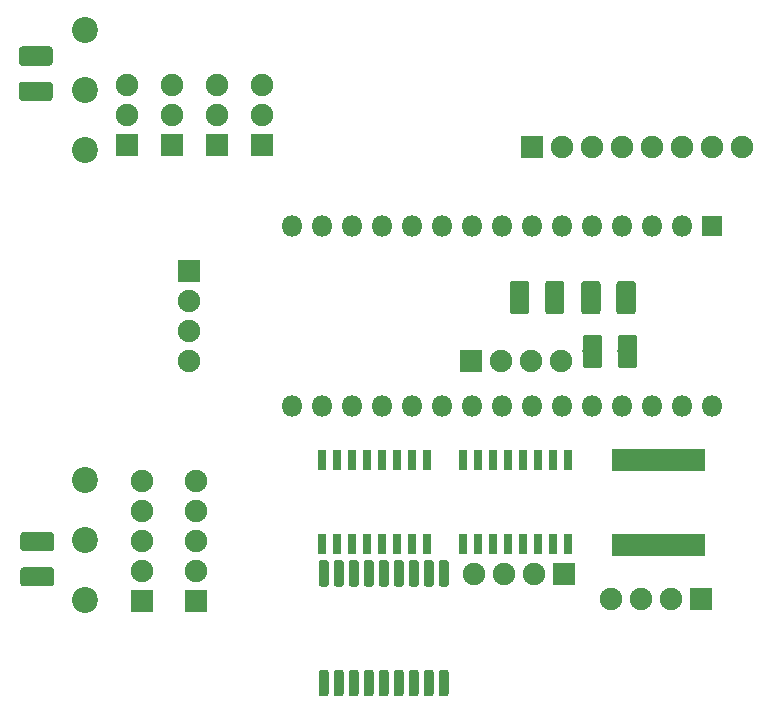
<source format=gbr>
G04 #@! TF.GenerationSoftware,KiCad,Pcbnew,(5.1.4-0-10_14)*
G04 #@! TF.CreationDate,2020-02-23T16:46:41+00:00*
G04 #@! TF.ProjectId,Bottom PCB,426f7474-6f6d-4205-9043-422e6b696361,rev?*
G04 #@! TF.SameCoordinates,Original*
G04 #@! TF.FileFunction,Soldermask,Bot*
G04 #@! TF.FilePolarity,Negative*
%FSLAX46Y46*%
G04 Gerber Fmt 4.6, Leading zero omitted, Abs format (unit mm)*
G04 Created by KiCad (PCBNEW (5.1.4-0-10_14)) date 2020-02-23 16:46:41*
%MOMM*%
%LPD*%
G04 APERTURE LIST*
%ADD10O,1.900000X1.900000*%
%ADD11R,1.900000X1.900000*%
%ADD12O,1.800000X1.800000*%
%ADD13R,1.800000X1.800000*%
%ADD14C,0.100000*%
%ADD15C,0.800000*%
%ADD16R,0.650000X1.950000*%
%ADD17C,1.625000*%
%ADD18R,0.800000X1.700000*%
%ADD19C,2.200000*%
G04 APERTURE END LIST*
D10*
X159004000Y-93472000D03*
X156464000Y-93472000D03*
X153924000Y-93472000D03*
D11*
X151384000Y-93472000D03*
D10*
X151638000Y-111506000D03*
X154178000Y-111506000D03*
X156718000Y-111506000D03*
D11*
X159258000Y-111506000D03*
D12*
X136271000Y-97282000D03*
X136271000Y-82042000D03*
X171831000Y-97282000D03*
X138811000Y-82042000D03*
X169291000Y-97282000D03*
X141351000Y-82042000D03*
X166751000Y-97282000D03*
X143891000Y-82042000D03*
X164211000Y-97282000D03*
X146431000Y-82042000D03*
X161671000Y-97282000D03*
X148971000Y-82042000D03*
X159131000Y-97282000D03*
X151511000Y-82042000D03*
X156591000Y-97282000D03*
X154051000Y-82042000D03*
X154051000Y-97282000D03*
X156591000Y-82042000D03*
X151511000Y-97282000D03*
X159131000Y-82042000D03*
X148971000Y-97282000D03*
X161671000Y-82042000D03*
X146431000Y-97282000D03*
X164211000Y-82042000D03*
X143891000Y-97282000D03*
X166751000Y-82042000D03*
X141351000Y-97282000D03*
X169291000Y-82042000D03*
X138811000Y-97282000D03*
D13*
X171831000Y-82042000D03*
D14*
G36*
X139157603Y-119603963D02*
G01*
X139177018Y-119606843D01*
X139196057Y-119611612D01*
X139214537Y-119618224D01*
X139232279Y-119626616D01*
X139249114Y-119636706D01*
X139264879Y-119648398D01*
X139279421Y-119661579D01*
X139292602Y-119676121D01*
X139304294Y-119691886D01*
X139314384Y-119708721D01*
X139322776Y-119726463D01*
X139329388Y-119744943D01*
X139334157Y-119763982D01*
X139337037Y-119783397D01*
X139338000Y-119803000D01*
X139338000Y-121653000D01*
X139337037Y-121672603D01*
X139334157Y-121692018D01*
X139329388Y-121711057D01*
X139322776Y-121729537D01*
X139314384Y-121747279D01*
X139304294Y-121764114D01*
X139292602Y-121779879D01*
X139279421Y-121794421D01*
X139264879Y-121807602D01*
X139249114Y-121819294D01*
X139232279Y-121829384D01*
X139214537Y-121837776D01*
X139196057Y-121844388D01*
X139177018Y-121849157D01*
X139157603Y-121852037D01*
X139138000Y-121853000D01*
X138738000Y-121853000D01*
X138718397Y-121852037D01*
X138698982Y-121849157D01*
X138679943Y-121844388D01*
X138661463Y-121837776D01*
X138643721Y-121829384D01*
X138626886Y-121819294D01*
X138611121Y-121807602D01*
X138596579Y-121794421D01*
X138583398Y-121779879D01*
X138571706Y-121764114D01*
X138561616Y-121747279D01*
X138553224Y-121729537D01*
X138546612Y-121711057D01*
X138541843Y-121692018D01*
X138538963Y-121672603D01*
X138538000Y-121653000D01*
X138538000Y-119803000D01*
X138538963Y-119783397D01*
X138541843Y-119763982D01*
X138546612Y-119744943D01*
X138553224Y-119726463D01*
X138561616Y-119708721D01*
X138571706Y-119691886D01*
X138583398Y-119676121D01*
X138596579Y-119661579D01*
X138611121Y-119648398D01*
X138626886Y-119636706D01*
X138643721Y-119626616D01*
X138661463Y-119618224D01*
X138679943Y-119611612D01*
X138698982Y-119606843D01*
X138718397Y-119603963D01*
X138738000Y-119603000D01*
X139138000Y-119603000D01*
X139157603Y-119603963D01*
X139157603Y-119603963D01*
G37*
D15*
X138938000Y-120728000D03*
D14*
G36*
X140427603Y-119603963D02*
G01*
X140447018Y-119606843D01*
X140466057Y-119611612D01*
X140484537Y-119618224D01*
X140502279Y-119626616D01*
X140519114Y-119636706D01*
X140534879Y-119648398D01*
X140549421Y-119661579D01*
X140562602Y-119676121D01*
X140574294Y-119691886D01*
X140584384Y-119708721D01*
X140592776Y-119726463D01*
X140599388Y-119744943D01*
X140604157Y-119763982D01*
X140607037Y-119783397D01*
X140608000Y-119803000D01*
X140608000Y-121653000D01*
X140607037Y-121672603D01*
X140604157Y-121692018D01*
X140599388Y-121711057D01*
X140592776Y-121729537D01*
X140584384Y-121747279D01*
X140574294Y-121764114D01*
X140562602Y-121779879D01*
X140549421Y-121794421D01*
X140534879Y-121807602D01*
X140519114Y-121819294D01*
X140502279Y-121829384D01*
X140484537Y-121837776D01*
X140466057Y-121844388D01*
X140447018Y-121849157D01*
X140427603Y-121852037D01*
X140408000Y-121853000D01*
X140008000Y-121853000D01*
X139988397Y-121852037D01*
X139968982Y-121849157D01*
X139949943Y-121844388D01*
X139931463Y-121837776D01*
X139913721Y-121829384D01*
X139896886Y-121819294D01*
X139881121Y-121807602D01*
X139866579Y-121794421D01*
X139853398Y-121779879D01*
X139841706Y-121764114D01*
X139831616Y-121747279D01*
X139823224Y-121729537D01*
X139816612Y-121711057D01*
X139811843Y-121692018D01*
X139808963Y-121672603D01*
X139808000Y-121653000D01*
X139808000Y-119803000D01*
X139808963Y-119783397D01*
X139811843Y-119763982D01*
X139816612Y-119744943D01*
X139823224Y-119726463D01*
X139831616Y-119708721D01*
X139841706Y-119691886D01*
X139853398Y-119676121D01*
X139866579Y-119661579D01*
X139881121Y-119648398D01*
X139896886Y-119636706D01*
X139913721Y-119626616D01*
X139931463Y-119618224D01*
X139949943Y-119611612D01*
X139968982Y-119606843D01*
X139988397Y-119603963D01*
X140008000Y-119603000D01*
X140408000Y-119603000D01*
X140427603Y-119603963D01*
X140427603Y-119603963D01*
G37*
D15*
X140208000Y-120728000D03*
D14*
G36*
X141697603Y-119603963D02*
G01*
X141717018Y-119606843D01*
X141736057Y-119611612D01*
X141754537Y-119618224D01*
X141772279Y-119626616D01*
X141789114Y-119636706D01*
X141804879Y-119648398D01*
X141819421Y-119661579D01*
X141832602Y-119676121D01*
X141844294Y-119691886D01*
X141854384Y-119708721D01*
X141862776Y-119726463D01*
X141869388Y-119744943D01*
X141874157Y-119763982D01*
X141877037Y-119783397D01*
X141878000Y-119803000D01*
X141878000Y-121653000D01*
X141877037Y-121672603D01*
X141874157Y-121692018D01*
X141869388Y-121711057D01*
X141862776Y-121729537D01*
X141854384Y-121747279D01*
X141844294Y-121764114D01*
X141832602Y-121779879D01*
X141819421Y-121794421D01*
X141804879Y-121807602D01*
X141789114Y-121819294D01*
X141772279Y-121829384D01*
X141754537Y-121837776D01*
X141736057Y-121844388D01*
X141717018Y-121849157D01*
X141697603Y-121852037D01*
X141678000Y-121853000D01*
X141278000Y-121853000D01*
X141258397Y-121852037D01*
X141238982Y-121849157D01*
X141219943Y-121844388D01*
X141201463Y-121837776D01*
X141183721Y-121829384D01*
X141166886Y-121819294D01*
X141151121Y-121807602D01*
X141136579Y-121794421D01*
X141123398Y-121779879D01*
X141111706Y-121764114D01*
X141101616Y-121747279D01*
X141093224Y-121729537D01*
X141086612Y-121711057D01*
X141081843Y-121692018D01*
X141078963Y-121672603D01*
X141078000Y-121653000D01*
X141078000Y-119803000D01*
X141078963Y-119783397D01*
X141081843Y-119763982D01*
X141086612Y-119744943D01*
X141093224Y-119726463D01*
X141101616Y-119708721D01*
X141111706Y-119691886D01*
X141123398Y-119676121D01*
X141136579Y-119661579D01*
X141151121Y-119648398D01*
X141166886Y-119636706D01*
X141183721Y-119626616D01*
X141201463Y-119618224D01*
X141219943Y-119611612D01*
X141238982Y-119606843D01*
X141258397Y-119603963D01*
X141278000Y-119603000D01*
X141678000Y-119603000D01*
X141697603Y-119603963D01*
X141697603Y-119603963D01*
G37*
D15*
X141478000Y-120728000D03*
D14*
G36*
X142967603Y-119603963D02*
G01*
X142987018Y-119606843D01*
X143006057Y-119611612D01*
X143024537Y-119618224D01*
X143042279Y-119626616D01*
X143059114Y-119636706D01*
X143074879Y-119648398D01*
X143089421Y-119661579D01*
X143102602Y-119676121D01*
X143114294Y-119691886D01*
X143124384Y-119708721D01*
X143132776Y-119726463D01*
X143139388Y-119744943D01*
X143144157Y-119763982D01*
X143147037Y-119783397D01*
X143148000Y-119803000D01*
X143148000Y-121653000D01*
X143147037Y-121672603D01*
X143144157Y-121692018D01*
X143139388Y-121711057D01*
X143132776Y-121729537D01*
X143124384Y-121747279D01*
X143114294Y-121764114D01*
X143102602Y-121779879D01*
X143089421Y-121794421D01*
X143074879Y-121807602D01*
X143059114Y-121819294D01*
X143042279Y-121829384D01*
X143024537Y-121837776D01*
X143006057Y-121844388D01*
X142987018Y-121849157D01*
X142967603Y-121852037D01*
X142948000Y-121853000D01*
X142548000Y-121853000D01*
X142528397Y-121852037D01*
X142508982Y-121849157D01*
X142489943Y-121844388D01*
X142471463Y-121837776D01*
X142453721Y-121829384D01*
X142436886Y-121819294D01*
X142421121Y-121807602D01*
X142406579Y-121794421D01*
X142393398Y-121779879D01*
X142381706Y-121764114D01*
X142371616Y-121747279D01*
X142363224Y-121729537D01*
X142356612Y-121711057D01*
X142351843Y-121692018D01*
X142348963Y-121672603D01*
X142348000Y-121653000D01*
X142348000Y-119803000D01*
X142348963Y-119783397D01*
X142351843Y-119763982D01*
X142356612Y-119744943D01*
X142363224Y-119726463D01*
X142371616Y-119708721D01*
X142381706Y-119691886D01*
X142393398Y-119676121D01*
X142406579Y-119661579D01*
X142421121Y-119648398D01*
X142436886Y-119636706D01*
X142453721Y-119626616D01*
X142471463Y-119618224D01*
X142489943Y-119611612D01*
X142508982Y-119606843D01*
X142528397Y-119603963D01*
X142548000Y-119603000D01*
X142948000Y-119603000D01*
X142967603Y-119603963D01*
X142967603Y-119603963D01*
G37*
D15*
X142748000Y-120728000D03*
D14*
G36*
X144237603Y-119603963D02*
G01*
X144257018Y-119606843D01*
X144276057Y-119611612D01*
X144294537Y-119618224D01*
X144312279Y-119626616D01*
X144329114Y-119636706D01*
X144344879Y-119648398D01*
X144359421Y-119661579D01*
X144372602Y-119676121D01*
X144384294Y-119691886D01*
X144394384Y-119708721D01*
X144402776Y-119726463D01*
X144409388Y-119744943D01*
X144414157Y-119763982D01*
X144417037Y-119783397D01*
X144418000Y-119803000D01*
X144418000Y-121653000D01*
X144417037Y-121672603D01*
X144414157Y-121692018D01*
X144409388Y-121711057D01*
X144402776Y-121729537D01*
X144394384Y-121747279D01*
X144384294Y-121764114D01*
X144372602Y-121779879D01*
X144359421Y-121794421D01*
X144344879Y-121807602D01*
X144329114Y-121819294D01*
X144312279Y-121829384D01*
X144294537Y-121837776D01*
X144276057Y-121844388D01*
X144257018Y-121849157D01*
X144237603Y-121852037D01*
X144218000Y-121853000D01*
X143818000Y-121853000D01*
X143798397Y-121852037D01*
X143778982Y-121849157D01*
X143759943Y-121844388D01*
X143741463Y-121837776D01*
X143723721Y-121829384D01*
X143706886Y-121819294D01*
X143691121Y-121807602D01*
X143676579Y-121794421D01*
X143663398Y-121779879D01*
X143651706Y-121764114D01*
X143641616Y-121747279D01*
X143633224Y-121729537D01*
X143626612Y-121711057D01*
X143621843Y-121692018D01*
X143618963Y-121672603D01*
X143618000Y-121653000D01*
X143618000Y-119803000D01*
X143618963Y-119783397D01*
X143621843Y-119763982D01*
X143626612Y-119744943D01*
X143633224Y-119726463D01*
X143641616Y-119708721D01*
X143651706Y-119691886D01*
X143663398Y-119676121D01*
X143676579Y-119661579D01*
X143691121Y-119648398D01*
X143706886Y-119636706D01*
X143723721Y-119626616D01*
X143741463Y-119618224D01*
X143759943Y-119611612D01*
X143778982Y-119606843D01*
X143798397Y-119603963D01*
X143818000Y-119603000D01*
X144218000Y-119603000D01*
X144237603Y-119603963D01*
X144237603Y-119603963D01*
G37*
D15*
X144018000Y-120728000D03*
D14*
G36*
X145507603Y-119603963D02*
G01*
X145527018Y-119606843D01*
X145546057Y-119611612D01*
X145564537Y-119618224D01*
X145582279Y-119626616D01*
X145599114Y-119636706D01*
X145614879Y-119648398D01*
X145629421Y-119661579D01*
X145642602Y-119676121D01*
X145654294Y-119691886D01*
X145664384Y-119708721D01*
X145672776Y-119726463D01*
X145679388Y-119744943D01*
X145684157Y-119763982D01*
X145687037Y-119783397D01*
X145688000Y-119803000D01*
X145688000Y-121653000D01*
X145687037Y-121672603D01*
X145684157Y-121692018D01*
X145679388Y-121711057D01*
X145672776Y-121729537D01*
X145664384Y-121747279D01*
X145654294Y-121764114D01*
X145642602Y-121779879D01*
X145629421Y-121794421D01*
X145614879Y-121807602D01*
X145599114Y-121819294D01*
X145582279Y-121829384D01*
X145564537Y-121837776D01*
X145546057Y-121844388D01*
X145527018Y-121849157D01*
X145507603Y-121852037D01*
X145488000Y-121853000D01*
X145088000Y-121853000D01*
X145068397Y-121852037D01*
X145048982Y-121849157D01*
X145029943Y-121844388D01*
X145011463Y-121837776D01*
X144993721Y-121829384D01*
X144976886Y-121819294D01*
X144961121Y-121807602D01*
X144946579Y-121794421D01*
X144933398Y-121779879D01*
X144921706Y-121764114D01*
X144911616Y-121747279D01*
X144903224Y-121729537D01*
X144896612Y-121711057D01*
X144891843Y-121692018D01*
X144888963Y-121672603D01*
X144888000Y-121653000D01*
X144888000Y-119803000D01*
X144888963Y-119783397D01*
X144891843Y-119763982D01*
X144896612Y-119744943D01*
X144903224Y-119726463D01*
X144911616Y-119708721D01*
X144921706Y-119691886D01*
X144933398Y-119676121D01*
X144946579Y-119661579D01*
X144961121Y-119648398D01*
X144976886Y-119636706D01*
X144993721Y-119626616D01*
X145011463Y-119618224D01*
X145029943Y-119611612D01*
X145048982Y-119606843D01*
X145068397Y-119603963D01*
X145088000Y-119603000D01*
X145488000Y-119603000D01*
X145507603Y-119603963D01*
X145507603Y-119603963D01*
G37*
D15*
X145288000Y-120728000D03*
D14*
G36*
X146777603Y-119603963D02*
G01*
X146797018Y-119606843D01*
X146816057Y-119611612D01*
X146834537Y-119618224D01*
X146852279Y-119626616D01*
X146869114Y-119636706D01*
X146884879Y-119648398D01*
X146899421Y-119661579D01*
X146912602Y-119676121D01*
X146924294Y-119691886D01*
X146934384Y-119708721D01*
X146942776Y-119726463D01*
X146949388Y-119744943D01*
X146954157Y-119763982D01*
X146957037Y-119783397D01*
X146958000Y-119803000D01*
X146958000Y-121653000D01*
X146957037Y-121672603D01*
X146954157Y-121692018D01*
X146949388Y-121711057D01*
X146942776Y-121729537D01*
X146934384Y-121747279D01*
X146924294Y-121764114D01*
X146912602Y-121779879D01*
X146899421Y-121794421D01*
X146884879Y-121807602D01*
X146869114Y-121819294D01*
X146852279Y-121829384D01*
X146834537Y-121837776D01*
X146816057Y-121844388D01*
X146797018Y-121849157D01*
X146777603Y-121852037D01*
X146758000Y-121853000D01*
X146358000Y-121853000D01*
X146338397Y-121852037D01*
X146318982Y-121849157D01*
X146299943Y-121844388D01*
X146281463Y-121837776D01*
X146263721Y-121829384D01*
X146246886Y-121819294D01*
X146231121Y-121807602D01*
X146216579Y-121794421D01*
X146203398Y-121779879D01*
X146191706Y-121764114D01*
X146181616Y-121747279D01*
X146173224Y-121729537D01*
X146166612Y-121711057D01*
X146161843Y-121692018D01*
X146158963Y-121672603D01*
X146158000Y-121653000D01*
X146158000Y-119803000D01*
X146158963Y-119783397D01*
X146161843Y-119763982D01*
X146166612Y-119744943D01*
X146173224Y-119726463D01*
X146181616Y-119708721D01*
X146191706Y-119691886D01*
X146203398Y-119676121D01*
X146216579Y-119661579D01*
X146231121Y-119648398D01*
X146246886Y-119636706D01*
X146263721Y-119626616D01*
X146281463Y-119618224D01*
X146299943Y-119611612D01*
X146318982Y-119606843D01*
X146338397Y-119603963D01*
X146358000Y-119603000D01*
X146758000Y-119603000D01*
X146777603Y-119603963D01*
X146777603Y-119603963D01*
G37*
D15*
X146558000Y-120728000D03*
D14*
G36*
X148047603Y-119603963D02*
G01*
X148067018Y-119606843D01*
X148086057Y-119611612D01*
X148104537Y-119618224D01*
X148122279Y-119626616D01*
X148139114Y-119636706D01*
X148154879Y-119648398D01*
X148169421Y-119661579D01*
X148182602Y-119676121D01*
X148194294Y-119691886D01*
X148204384Y-119708721D01*
X148212776Y-119726463D01*
X148219388Y-119744943D01*
X148224157Y-119763982D01*
X148227037Y-119783397D01*
X148228000Y-119803000D01*
X148228000Y-121653000D01*
X148227037Y-121672603D01*
X148224157Y-121692018D01*
X148219388Y-121711057D01*
X148212776Y-121729537D01*
X148204384Y-121747279D01*
X148194294Y-121764114D01*
X148182602Y-121779879D01*
X148169421Y-121794421D01*
X148154879Y-121807602D01*
X148139114Y-121819294D01*
X148122279Y-121829384D01*
X148104537Y-121837776D01*
X148086057Y-121844388D01*
X148067018Y-121849157D01*
X148047603Y-121852037D01*
X148028000Y-121853000D01*
X147628000Y-121853000D01*
X147608397Y-121852037D01*
X147588982Y-121849157D01*
X147569943Y-121844388D01*
X147551463Y-121837776D01*
X147533721Y-121829384D01*
X147516886Y-121819294D01*
X147501121Y-121807602D01*
X147486579Y-121794421D01*
X147473398Y-121779879D01*
X147461706Y-121764114D01*
X147451616Y-121747279D01*
X147443224Y-121729537D01*
X147436612Y-121711057D01*
X147431843Y-121692018D01*
X147428963Y-121672603D01*
X147428000Y-121653000D01*
X147428000Y-119803000D01*
X147428963Y-119783397D01*
X147431843Y-119763982D01*
X147436612Y-119744943D01*
X147443224Y-119726463D01*
X147451616Y-119708721D01*
X147461706Y-119691886D01*
X147473398Y-119676121D01*
X147486579Y-119661579D01*
X147501121Y-119648398D01*
X147516886Y-119636706D01*
X147533721Y-119626616D01*
X147551463Y-119618224D01*
X147569943Y-119611612D01*
X147588982Y-119606843D01*
X147608397Y-119603963D01*
X147628000Y-119603000D01*
X148028000Y-119603000D01*
X148047603Y-119603963D01*
X148047603Y-119603963D01*
G37*
D15*
X147828000Y-120728000D03*
D14*
G36*
X149317603Y-119603963D02*
G01*
X149337018Y-119606843D01*
X149356057Y-119611612D01*
X149374537Y-119618224D01*
X149392279Y-119626616D01*
X149409114Y-119636706D01*
X149424879Y-119648398D01*
X149439421Y-119661579D01*
X149452602Y-119676121D01*
X149464294Y-119691886D01*
X149474384Y-119708721D01*
X149482776Y-119726463D01*
X149489388Y-119744943D01*
X149494157Y-119763982D01*
X149497037Y-119783397D01*
X149498000Y-119803000D01*
X149498000Y-121653000D01*
X149497037Y-121672603D01*
X149494157Y-121692018D01*
X149489388Y-121711057D01*
X149482776Y-121729537D01*
X149474384Y-121747279D01*
X149464294Y-121764114D01*
X149452602Y-121779879D01*
X149439421Y-121794421D01*
X149424879Y-121807602D01*
X149409114Y-121819294D01*
X149392279Y-121829384D01*
X149374537Y-121837776D01*
X149356057Y-121844388D01*
X149337018Y-121849157D01*
X149317603Y-121852037D01*
X149298000Y-121853000D01*
X148898000Y-121853000D01*
X148878397Y-121852037D01*
X148858982Y-121849157D01*
X148839943Y-121844388D01*
X148821463Y-121837776D01*
X148803721Y-121829384D01*
X148786886Y-121819294D01*
X148771121Y-121807602D01*
X148756579Y-121794421D01*
X148743398Y-121779879D01*
X148731706Y-121764114D01*
X148721616Y-121747279D01*
X148713224Y-121729537D01*
X148706612Y-121711057D01*
X148701843Y-121692018D01*
X148698963Y-121672603D01*
X148698000Y-121653000D01*
X148698000Y-119803000D01*
X148698963Y-119783397D01*
X148701843Y-119763982D01*
X148706612Y-119744943D01*
X148713224Y-119726463D01*
X148721616Y-119708721D01*
X148731706Y-119691886D01*
X148743398Y-119676121D01*
X148756579Y-119661579D01*
X148771121Y-119648398D01*
X148786886Y-119636706D01*
X148803721Y-119626616D01*
X148821463Y-119618224D01*
X148839943Y-119611612D01*
X148858982Y-119606843D01*
X148878397Y-119603963D01*
X148898000Y-119603000D01*
X149298000Y-119603000D01*
X149317603Y-119603963D01*
X149317603Y-119603963D01*
G37*
D15*
X149098000Y-120728000D03*
D14*
G36*
X149317603Y-110303963D02*
G01*
X149337018Y-110306843D01*
X149356057Y-110311612D01*
X149374537Y-110318224D01*
X149392279Y-110326616D01*
X149409114Y-110336706D01*
X149424879Y-110348398D01*
X149439421Y-110361579D01*
X149452602Y-110376121D01*
X149464294Y-110391886D01*
X149474384Y-110408721D01*
X149482776Y-110426463D01*
X149489388Y-110444943D01*
X149494157Y-110463982D01*
X149497037Y-110483397D01*
X149498000Y-110503000D01*
X149498000Y-112353000D01*
X149497037Y-112372603D01*
X149494157Y-112392018D01*
X149489388Y-112411057D01*
X149482776Y-112429537D01*
X149474384Y-112447279D01*
X149464294Y-112464114D01*
X149452602Y-112479879D01*
X149439421Y-112494421D01*
X149424879Y-112507602D01*
X149409114Y-112519294D01*
X149392279Y-112529384D01*
X149374537Y-112537776D01*
X149356057Y-112544388D01*
X149337018Y-112549157D01*
X149317603Y-112552037D01*
X149298000Y-112553000D01*
X148898000Y-112553000D01*
X148878397Y-112552037D01*
X148858982Y-112549157D01*
X148839943Y-112544388D01*
X148821463Y-112537776D01*
X148803721Y-112529384D01*
X148786886Y-112519294D01*
X148771121Y-112507602D01*
X148756579Y-112494421D01*
X148743398Y-112479879D01*
X148731706Y-112464114D01*
X148721616Y-112447279D01*
X148713224Y-112429537D01*
X148706612Y-112411057D01*
X148701843Y-112392018D01*
X148698963Y-112372603D01*
X148698000Y-112353000D01*
X148698000Y-110503000D01*
X148698963Y-110483397D01*
X148701843Y-110463982D01*
X148706612Y-110444943D01*
X148713224Y-110426463D01*
X148721616Y-110408721D01*
X148731706Y-110391886D01*
X148743398Y-110376121D01*
X148756579Y-110361579D01*
X148771121Y-110348398D01*
X148786886Y-110336706D01*
X148803721Y-110326616D01*
X148821463Y-110318224D01*
X148839943Y-110311612D01*
X148858982Y-110306843D01*
X148878397Y-110303963D01*
X148898000Y-110303000D01*
X149298000Y-110303000D01*
X149317603Y-110303963D01*
X149317603Y-110303963D01*
G37*
D15*
X149098000Y-111428000D03*
D14*
G36*
X148047603Y-110303963D02*
G01*
X148067018Y-110306843D01*
X148086057Y-110311612D01*
X148104537Y-110318224D01*
X148122279Y-110326616D01*
X148139114Y-110336706D01*
X148154879Y-110348398D01*
X148169421Y-110361579D01*
X148182602Y-110376121D01*
X148194294Y-110391886D01*
X148204384Y-110408721D01*
X148212776Y-110426463D01*
X148219388Y-110444943D01*
X148224157Y-110463982D01*
X148227037Y-110483397D01*
X148228000Y-110503000D01*
X148228000Y-112353000D01*
X148227037Y-112372603D01*
X148224157Y-112392018D01*
X148219388Y-112411057D01*
X148212776Y-112429537D01*
X148204384Y-112447279D01*
X148194294Y-112464114D01*
X148182602Y-112479879D01*
X148169421Y-112494421D01*
X148154879Y-112507602D01*
X148139114Y-112519294D01*
X148122279Y-112529384D01*
X148104537Y-112537776D01*
X148086057Y-112544388D01*
X148067018Y-112549157D01*
X148047603Y-112552037D01*
X148028000Y-112553000D01*
X147628000Y-112553000D01*
X147608397Y-112552037D01*
X147588982Y-112549157D01*
X147569943Y-112544388D01*
X147551463Y-112537776D01*
X147533721Y-112529384D01*
X147516886Y-112519294D01*
X147501121Y-112507602D01*
X147486579Y-112494421D01*
X147473398Y-112479879D01*
X147461706Y-112464114D01*
X147451616Y-112447279D01*
X147443224Y-112429537D01*
X147436612Y-112411057D01*
X147431843Y-112392018D01*
X147428963Y-112372603D01*
X147428000Y-112353000D01*
X147428000Y-110503000D01*
X147428963Y-110483397D01*
X147431843Y-110463982D01*
X147436612Y-110444943D01*
X147443224Y-110426463D01*
X147451616Y-110408721D01*
X147461706Y-110391886D01*
X147473398Y-110376121D01*
X147486579Y-110361579D01*
X147501121Y-110348398D01*
X147516886Y-110336706D01*
X147533721Y-110326616D01*
X147551463Y-110318224D01*
X147569943Y-110311612D01*
X147588982Y-110306843D01*
X147608397Y-110303963D01*
X147628000Y-110303000D01*
X148028000Y-110303000D01*
X148047603Y-110303963D01*
X148047603Y-110303963D01*
G37*
D15*
X147828000Y-111428000D03*
D14*
G36*
X146777603Y-110303963D02*
G01*
X146797018Y-110306843D01*
X146816057Y-110311612D01*
X146834537Y-110318224D01*
X146852279Y-110326616D01*
X146869114Y-110336706D01*
X146884879Y-110348398D01*
X146899421Y-110361579D01*
X146912602Y-110376121D01*
X146924294Y-110391886D01*
X146934384Y-110408721D01*
X146942776Y-110426463D01*
X146949388Y-110444943D01*
X146954157Y-110463982D01*
X146957037Y-110483397D01*
X146958000Y-110503000D01*
X146958000Y-112353000D01*
X146957037Y-112372603D01*
X146954157Y-112392018D01*
X146949388Y-112411057D01*
X146942776Y-112429537D01*
X146934384Y-112447279D01*
X146924294Y-112464114D01*
X146912602Y-112479879D01*
X146899421Y-112494421D01*
X146884879Y-112507602D01*
X146869114Y-112519294D01*
X146852279Y-112529384D01*
X146834537Y-112537776D01*
X146816057Y-112544388D01*
X146797018Y-112549157D01*
X146777603Y-112552037D01*
X146758000Y-112553000D01*
X146358000Y-112553000D01*
X146338397Y-112552037D01*
X146318982Y-112549157D01*
X146299943Y-112544388D01*
X146281463Y-112537776D01*
X146263721Y-112529384D01*
X146246886Y-112519294D01*
X146231121Y-112507602D01*
X146216579Y-112494421D01*
X146203398Y-112479879D01*
X146191706Y-112464114D01*
X146181616Y-112447279D01*
X146173224Y-112429537D01*
X146166612Y-112411057D01*
X146161843Y-112392018D01*
X146158963Y-112372603D01*
X146158000Y-112353000D01*
X146158000Y-110503000D01*
X146158963Y-110483397D01*
X146161843Y-110463982D01*
X146166612Y-110444943D01*
X146173224Y-110426463D01*
X146181616Y-110408721D01*
X146191706Y-110391886D01*
X146203398Y-110376121D01*
X146216579Y-110361579D01*
X146231121Y-110348398D01*
X146246886Y-110336706D01*
X146263721Y-110326616D01*
X146281463Y-110318224D01*
X146299943Y-110311612D01*
X146318982Y-110306843D01*
X146338397Y-110303963D01*
X146358000Y-110303000D01*
X146758000Y-110303000D01*
X146777603Y-110303963D01*
X146777603Y-110303963D01*
G37*
D15*
X146558000Y-111428000D03*
D14*
G36*
X145507603Y-110303963D02*
G01*
X145527018Y-110306843D01*
X145546057Y-110311612D01*
X145564537Y-110318224D01*
X145582279Y-110326616D01*
X145599114Y-110336706D01*
X145614879Y-110348398D01*
X145629421Y-110361579D01*
X145642602Y-110376121D01*
X145654294Y-110391886D01*
X145664384Y-110408721D01*
X145672776Y-110426463D01*
X145679388Y-110444943D01*
X145684157Y-110463982D01*
X145687037Y-110483397D01*
X145688000Y-110503000D01*
X145688000Y-112353000D01*
X145687037Y-112372603D01*
X145684157Y-112392018D01*
X145679388Y-112411057D01*
X145672776Y-112429537D01*
X145664384Y-112447279D01*
X145654294Y-112464114D01*
X145642602Y-112479879D01*
X145629421Y-112494421D01*
X145614879Y-112507602D01*
X145599114Y-112519294D01*
X145582279Y-112529384D01*
X145564537Y-112537776D01*
X145546057Y-112544388D01*
X145527018Y-112549157D01*
X145507603Y-112552037D01*
X145488000Y-112553000D01*
X145088000Y-112553000D01*
X145068397Y-112552037D01*
X145048982Y-112549157D01*
X145029943Y-112544388D01*
X145011463Y-112537776D01*
X144993721Y-112529384D01*
X144976886Y-112519294D01*
X144961121Y-112507602D01*
X144946579Y-112494421D01*
X144933398Y-112479879D01*
X144921706Y-112464114D01*
X144911616Y-112447279D01*
X144903224Y-112429537D01*
X144896612Y-112411057D01*
X144891843Y-112392018D01*
X144888963Y-112372603D01*
X144888000Y-112353000D01*
X144888000Y-110503000D01*
X144888963Y-110483397D01*
X144891843Y-110463982D01*
X144896612Y-110444943D01*
X144903224Y-110426463D01*
X144911616Y-110408721D01*
X144921706Y-110391886D01*
X144933398Y-110376121D01*
X144946579Y-110361579D01*
X144961121Y-110348398D01*
X144976886Y-110336706D01*
X144993721Y-110326616D01*
X145011463Y-110318224D01*
X145029943Y-110311612D01*
X145048982Y-110306843D01*
X145068397Y-110303963D01*
X145088000Y-110303000D01*
X145488000Y-110303000D01*
X145507603Y-110303963D01*
X145507603Y-110303963D01*
G37*
D15*
X145288000Y-111428000D03*
D14*
G36*
X144237603Y-110303963D02*
G01*
X144257018Y-110306843D01*
X144276057Y-110311612D01*
X144294537Y-110318224D01*
X144312279Y-110326616D01*
X144329114Y-110336706D01*
X144344879Y-110348398D01*
X144359421Y-110361579D01*
X144372602Y-110376121D01*
X144384294Y-110391886D01*
X144394384Y-110408721D01*
X144402776Y-110426463D01*
X144409388Y-110444943D01*
X144414157Y-110463982D01*
X144417037Y-110483397D01*
X144418000Y-110503000D01*
X144418000Y-112353000D01*
X144417037Y-112372603D01*
X144414157Y-112392018D01*
X144409388Y-112411057D01*
X144402776Y-112429537D01*
X144394384Y-112447279D01*
X144384294Y-112464114D01*
X144372602Y-112479879D01*
X144359421Y-112494421D01*
X144344879Y-112507602D01*
X144329114Y-112519294D01*
X144312279Y-112529384D01*
X144294537Y-112537776D01*
X144276057Y-112544388D01*
X144257018Y-112549157D01*
X144237603Y-112552037D01*
X144218000Y-112553000D01*
X143818000Y-112553000D01*
X143798397Y-112552037D01*
X143778982Y-112549157D01*
X143759943Y-112544388D01*
X143741463Y-112537776D01*
X143723721Y-112529384D01*
X143706886Y-112519294D01*
X143691121Y-112507602D01*
X143676579Y-112494421D01*
X143663398Y-112479879D01*
X143651706Y-112464114D01*
X143641616Y-112447279D01*
X143633224Y-112429537D01*
X143626612Y-112411057D01*
X143621843Y-112392018D01*
X143618963Y-112372603D01*
X143618000Y-112353000D01*
X143618000Y-110503000D01*
X143618963Y-110483397D01*
X143621843Y-110463982D01*
X143626612Y-110444943D01*
X143633224Y-110426463D01*
X143641616Y-110408721D01*
X143651706Y-110391886D01*
X143663398Y-110376121D01*
X143676579Y-110361579D01*
X143691121Y-110348398D01*
X143706886Y-110336706D01*
X143723721Y-110326616D01*
X143741463Y-110318224D01*
X143759943Y-110311612D01*
X143778982Y-110306843D01*
X143798397Y-110303963D01*
X143818000Y-110303000D01*
X144218000Y-110303000D01*
X144237603Y-110303963D01*
X144237603Y-110303963D01*
G37*
D15*
X144018000Y-111428000D03*
D14*
G36*
X142967603Y-110303963D02*
G01*
X142987018Y-110306843D01*
X143006057Y-110311612D01*
X143024537Y-110318224D01*
X143042279Y-110326616D01*
X143059114Y-110336706D01*
X143074879Y-110348398D01*
X143089421Y-110361579D01*
X143102602Y-110376121D01*
X143114294Y-110391886D01*
X143124384Y-110408721D01*
X143132776Y-110426463D01*
X143139388Y-110444943D01*
X143144157Y-110463982D01*
X143147037Y-110483397D01*
X143148000Y-110503000D01*
X143148000Y-112353000D01*
X143147037Y-112372603D01*
X143144157Y-112392018D01*
X143139388Y-112411057D01*
X143132776Y-112429537D01*
X143124384Y-112447279D01*
X143114294Y-112464114D01*
X143102602Y-112479879D01*
X143089421Y-112494421D01*
X143074879Y-112507602D01*
X143059114Y-112519294D01*
X143042279Y-112529384D01*
X143024537Y-112537776D01*
X143006057Y-112544388D01*
X142987018Y-112549157D01*
X142967603Y-112552037D01*
X142948000Y-112553000D01*
X142548000Y-112553000D01*
X142528397Y-112552037D01*
X142508982Y-112549157D01*
X142489943Y-112544388D01*
X142471463Y-112537776D01*
X142453721Y-112529384D01*
X142436886Y-112519294D01*
X142421121Y-112507602D01*
X142406579Y-112494421D01*
X142393398Y-112479879D01*
X142381706Y-112464114D01*
X142371616Y-112447279D01*
X142363224Y-112429537D01*
X142356612Y-112411057D01*
X142351843Y-112392018D01*
X142348963Y-112372603D01*
X142348000Y-112353000D01*
X142348000Y-110503000D01*
X142348963Y-110483397D01*
X142351843Y-110463982D01*
X142356612Y-110444943D01*
X142363224Y-110426463D01*
X142371616Y-110408721D01*
X142381706Y-110391886D01*
X142393398Y-110376121D01*
X142406579Y-110361579D01*
X142421121Y-110348398D01*
X142436886Y-110336706D01*
X142453721Y-110326616D01*
X142471463Y-110318224D01*
X142489943Y-110311612D01*
X142508982Y-110306843D01*
X142528397Y-110303963D01*
X142548000Y-110303000D01*
X142948000Y-110303000D01*
X142967603Y-110303963D01*
X142967603Y-110303963D01*
G37*
D15*
X142748000Y-111428000D03*
D14*
G36*
X141697603Y-110303963D02*
G01*
X141717018Y-110306843D01*
X141736057Y-110311612D01*
X141754537Y-110318224D01*
X141772279Y-110326616D01*
X141789114Y-110336706D01*
X141804879Y-110348398D01*
X141819421Y-110361579D01*
X141832602Y-110376121D01*
X141844294Y-110391886D01*
X141854384Y-110408721D01*
X141862776Y-110426463D01*
X141869388Y-110444943D01*
X141874157Y-110463982D01*
X141877037Y-110483397D01*
X141878000Y-110503000D01*
X141878000Y-112353000D01*
X141877037Y-112372603D01*
X141874157Y-112392018D01*
X141869388Y-112411057D01*
X141862776Y-112429537D01*
X141854384Y-112447279D01*
X141844294Y-112464114D01*
X141832602Y-112479879D01*
X141819421Y-112494421D01*
X141804879Y-112507602D01*
X141789114Y-112519294D01*
X141772279Y-112529384D01*
X141754537Y-112537776D01*
X141736057Y-112544388D01*
X141717018Y-112549157D01*
X141697603Y-112552037D01*
X141678000Y-112553000D01*
X141278000Y-112553000D01*
X141258397Y-112552037D01*
X141238982Y-112549157D01*
X141219943Y-112544388D01*
X141201463Y-112537776D01*
X141183721Y-112529384D01*
X141166886Y-112519294D01*
X141151121Y-112507602D01*
X141136579Y-112494421D01*
X141123398Y-112479879D01*
X141111706Y-112464114D01*
X141101616Y-112447279D01*
X141093224Y-112429537D01*
X141086612Y-112411057D01*
X141081843Y-112392018D01*
X141078963Y-112372603D01*
X141078000Y-112353000D01*
X141078000Y-110503000D01*
X141078963Y-110483397D01*
X141081843Y-110463982D01*
X141086612Y-110444943D01*
X141093224Y-110426463D01*
X141101616Y-110408721D01*
X141111706Y-110391886D01*
X141123398Y-110376121D01*
X141136579Y-110361579D01*
X141151121Y-110348398D01*
X141166886Y-110336706D01*
X141183721Y-110326616D01*
X141201463Y-110318224D01*
X141219943Y-110311612D01*
X141238982Y-110306843D01*
X141258397Y-110303963D01*
X141278000Y-110303000D01*
X141678000Y-110303000D01*
X141697603Y-110303963D01*
X141697603Y-110303963D01*
G37*
D15*
X141478000Y-111428000D03*
D14*
G36*
X140427603Y-110303963D02*
G01*
X140447018Y-110306843D01*
X140466057Y-110311612D01*
X140484537Y-110318224D01*
X140502279Y-110326616D01*
X140519114Y-110336706D01*
X140534879Y-110348398D01*
X140549421Y-110361579D01*
X140562602Y-110376121D01*
X140574294Y-110391886D01*
X140584384Y-110408721D01*
X140592776Y-110426463D01*
X140599388Y-110444943D01*
X140604157Y-110463982D01*
X140607037Y-110483397D01*
X140608000Y-110503000D01*
X140608000Y-112353000D01*
X140607037Y-112372603D01*
X140604157Y-112392018D01*
X140599388Y-112411057D01*
X140592776Y-112429537D01*
X140584384Y-112447279D01*
X140574294Y-112464114D01*
X140562602Y-112479879D01*
X140549421Y-112494421D01*
X140534879Y-112507602D01*
X140519114Y-112519294D01*
X140502279Y-112529384D01*
X140484537Y-112537776D01*
X140466057Y-112544388D01*
X140447018Y-112549157D01*
X140427603Y-112552037D01*
X140408000Y-112553000D01*
X140008000Y-112553000D01*
X139988397Y-112552037D01*
X139968982Y-112549157D01*
X139949943Y-112544388D01*
X139931463Y-112537776D01*
X139913721Y-112529384D01*
X139896886Y-112519294D01*
X139881121Y-112507602D01*
X139866579Y-112494421D01*
X139853398Y-112479879D01*
X139841706Y-112464114D01*
X139831616Y-112447279D01*
X139823224Y-112429537D01*
X139816612Y-112411057D01*
X139811843Y-112392018D01*
X139808963Y-112372603D01*
X139808000Y-112353000D01*
X139808000Y-110503000D01*
X139808963Y-110483397D01*
X139811843Y-110463982D01*
X139816612Y-110444943D01*
X139823224Y-110426463D01*
X139831616Y-110408721D01*
X139841706Y-110391886D01*
X139853398Y-110376121D01*
X139866579Y-110361579D01*
X139881121Y-110348398D01*
X139896886Y-110336706D01*
X139913721Y-110326616D01*
X139931463Y-110318224D01*
X139949943Y-110311612D01*
X139968982Y-110306843D01*
X139988397Y-110303963D01*
X140008000Y-110303000D01*
X140408000Y-110303000D01*
X140427603Y-110303963D01*
X140427603Y-110303963D01*
G37*
D15*
X140208000Y-111428000D03*
D14*
G36*
X139157603Y-110303963D02*
G01*
X139177018Y-110306843D01*
X139196057Y-110311612D01*
X139214537Y-110318224D01*
X139232279Y-110326616D01*
X139249114Y-110336706D01*
X139264879Y-110348398D01*
X139279421Y-110361579D01*
X139292602Y-110376121D01*
X139304294Y-110391886D01*
X139314384Y-110408721D01*
X139322776Y-110426463D01*
X139329388Y-110444943D01*
X139334157Y-110463982D01*
X139337037Y-110483397D01*
X139338000Y-110503000D01*
X139338000Y-112353000D01*
X139337037Y-112372603D01*
X139334157Y-112392018D01*
X139329388Y-112411057D01*
X139322776Y-112429537D01*
X139314384Y-112447279D01*
X139304294Y-112464114D01*
X139292602Y-112479879D01*
X139279421Y-112494421D01*
X139264879Y-112507602D01*
X139249114Y-112519294D01*
X139232279Y-112529384D01*
X139214537Y-112537776D01*
X139196057Y-112544388D01*
X139177018Y-112549157D01*
X139157603Y-112552037D01*
X139138000Y-112553000D01*
X138738000Y-112553000D01*
X138718397Y-112552037D01*
X138698982Y-112549157D01*
X138679943Y-112544388D01*
X138661463Y-112537776D01*
X138643721Y-112529384D01*
X138626886Y-112519294D01*
X138611121Y-112507602D01*
X138596579Y-112494421D01*
X138583398Y-112479879D01*
X138571706Y-112464114D01*
X138561616Y-112447279D01*
X138553224Y-112429537D01*
X138546612Y-112411057D01*
X138541843Y-112392018D01*
X138538963Y-112372603D01*
X138538000Y-112353000D01*
X138538000Y-110503000D01*
X138538963Y-110483397D01*
X138541843Y-110463982D01*
X138546612Y-110444943D01*
X138553224Y-110426463D01*
X138561616Y-110408721D01*
X138571706Y-110391886D01*
X138583398Y-110376121D01*
X138596579Y-110361579D01*
X138611121Y-110348398D01*
X138626886Y-110336706D01*
X138643721Y-110326616D01*
X138661463Y-110318224D01*
X138679943Y-110311612D01*
X138698982Y-110306843D01*
X138718397Y-110303963D01*
X138738000Y-110303000D01*
X139138000Y-110303000D01*
X139157603Y-110303963D01*
X139157603Y-110303963D01*
G37*
D15*
X138938000Y-111428000D03*
D10*
X163258500Y-113601500D03*
X165798500Y-113601500D03*
X168338500Y-113601500D03*
D11*
X170878500Y-113601500D03*
D10*
X122301000Y-70104000D03*
X122301000Y-72644000D03*
D11*
X122301000Y-75184000D03*
D16*
X170838000Y-101854000D03*
X170188000Y-101854000D03*
X169538000Y-101854000D03*
X168888000Y-101854000D03*
X168238000Y-101854000D03*
X167588000Y-101854000D03*
X166938000Y-101854000D03*
X166288000Y-101854000D03*
X165638000Y-101854000D03*
X164988000Y-101854000D03*
X164338000Y-101854000D03*
X163688000Y-101854000D03*
X163688000Y-109054000D03*
X164338000Y-109054000D03*
X164988000Y-109054000D03*
X165638000Y-109054000D03*
X166288000Y-109054000D03*
X166938000Y-109054000D03*
X167588000Y-109054000D03*
X168238000Y-109054000D03*
X168888000Y-109054000D03*
X169538000Y-109054000D03*
X170188000Y-109054000D03*
X170838000Y-109054000D03*
D10*
X127508000Y-93472000D03*
X127508000Y-90932000D03*
X127508000Y-88392000D03*
D11*
X127508000Y-85852000D03*
D10*
X128143000Y-103632000D03*
X128143000Y-106172000D03*
X128143000Y-108712000D03*
X128143000Y-111252000D03*
D11*
X128143000Y-113792000D03*
D10*
X123571000Y-103632000D03*
X123571000Y-106172000D03*
X123571000Y-108712000D03*
X123571000Y-111252000D03*
D11*
X123571000Y-113792000D03*
D14*
G36*
X162226356Y-91222873D02*
G01*
X162254030Y-91226978D01*
X162281169Y-91233776D01*
X162307510Y-91243201D01*
X162332802Y-91255163D01*
X162356798Y-91269546D01*
X162379270Y-91286212D01*
X162400000Y-91305000D01*
X162418788Y-91325730D01*
X162435454Y-91348202D01*
X162449837Y-91372198D01*
X162461799Y-91397490D01*
X162471224Y-91423831D01*
X162478022Y-91450970D01*
X162482127Y-91478644D01*
X162483500Y-91506588D01*
X162483500Y-93786412D01*
X162482127Y-93814356D01*
X162478022Y-93842030D01*
X162471224Y-93869169D01*
X162461799Y-93895510D01*
X162449837Y-93920802D01*
X162435454Y-93944798D01*
X162418788Y-93967270D01*
X162400000Y-93988000D01*
X162379270Y-94006788D01*
X162356798Y-94023454D01*
X162332802Y-94037837D01*
X162307510Y-94049799D01*
X162281169Y-94059224D01*
X162254030Y-94066022D01*
X162226356Y-94070127D01*
X162198412Y-94071500D01*
X161143588Y-94071500D01*
X161115644Y-94070127D01*
X161087970Y-94066022D01*
X161060831Y-94059224D01*
X161034490Y-94049799D01*
X161009198Y-94037837D01*
X160985202Y-94023454D01*
X160962730Y-94006788D01*
X160942000Y-93988000D01*
X160923212Y-93967270D01*
X160906546Y-93944798D01*
X160892163Y-93920802D01*
X160880201Y-93895510D01*
X160870776Y-93869169D01*
X160863978Y-93842030D01*
X160859873Y-93814356D01*
X160858500Y-93786412D01*
X160858500Y-91506588D01*
X160859873Y-91478644D01*
X160863978Y-91450970D01*
X160870776Y-91423831D01*
X160880201Y-91397490D01*
X160892163Y-91372198D01*
X160906546Y-91348202D01*
X160923212Y-91325730D01*
X160942000Y-91305000D01*
X160962730Y-91286212D01*
X160985202Y-91269546D01*
X161009198Y-91255163D01*
X161034490Y-91243201D01*
X161060831Y-91233776D01*
X161087970Y-91226978D01*
X161115644Y-91222873D01*
X161143588Y-91221500D01*
X162198412Y-91221500D01*
X162226356Y-91222873D01*
X162226356Y-91222873D01*
G37*
D17*
X161671000Y-92646500D03*
D14*
G36*
X165201356Y-91222873D02*
G01*
X165229030Y-91226978D01*
X165256169Y-91233776D01*
X165282510Y-91243201D01*
X165307802Y-91255163D01*
X165331798Y-91269546D01*
X165354270Y-91286212D01*
X165375000Y-91305000D01*
X165393788Y-91325730D01*
X165410454Y-91348202D01*
X165424837Y-91372198D01*
X165436799Y-91397490D01*
X165446224Y-91423831D01*
X165453022Y-91450970D01*
X165457127Y-91478644D01*
X165458500Y-91506588D01*
X165458500Y-93786412D01*
X165457127Y-93814356D01*
X165453022Y-93842030D01*
X165446224Y-93869169D01*
X165436799Y-93895510D01*
X165424837Y-93920802D01*
X165410454Y-93944798D01*
X165393788Y-93967270D01*
X165375000Y-93988000D01*
X165354270Y-94006788D01*
X165331798Y-94023454D01*
X165307802Y-94037837D01*
X165282510Y-94049799D01*
X165256169Y-94059224D01*
X165229030Y-94066022D01*
X165201356Y-94070127D01*
X165173412Y-94071500D01*
X164118588Y-94071500D01*
X164090644Y-94070127D01*
X164062970Y-94066022D01*
X164035831Y-94059224D01*
X164009490Y-94049799D01*
X163984198Y-94037837D01*
X163960202Y-94023454D01*
X163937730Y-94006788D01*
X163917000Y-93988000D01*
X163898212Y-93967270D01*
X163881546Y-93944798D01*
X163867163Y-93920802D01*
X163855201Y-93895510D01*
X163845776Y-93869169D01*
X163838978Y-93842030D01*
X163834873Y-93814356D01*
X163833500Y-93786412D01*
X163833500Y-91506588D01*
X163834873Y-91478644D01*
X163838978Y-91450970D01*
X163845776Y-91423831D01*
X163855201Y-91397490D01*
X163867163Y-91372198D01*
X163881546Y-91348202D01*
X163898212Y-91325730D01*
X163917000Y-91305000D01*
X163937730Y-91286212D01*
X163960202Y-91269546D01*
X163984198Y-91255163D01*
X164009490Y-91243201D01*
X164035831Y-91233776D01*
X164062970Y-91226978D01*
X164090644Y-91222873D01*
X164118588Y-91221500D01*
X165173412Y-91221500D01*
X165201356Y-91222873D01*
X165201356Y-91222873D01*
G37*
D17*
X164646000Y-92646500D03*
D14*
G36*
X156076356Y-86650873D02*
G01*
X156104030Y-86654978D01*
X156131169Y-86661776D01*
X156157510Y-86671201D01*
X156182802Y-86683163D01*
X156206798Y-86697546D01*
X156229270Y-86714212D01*
X156250000Y-86733000D01*
X156268788Y-86753730D01*
X156285454Y-86776202D01*
X156299837Y-86800198D01*
X156311799Y-86825490D01*
X156321224Y-86851831D01*
X156328022Y-86878970D01*
X156332127Y-86906644D01*
X156333500Y-86934588D01*
X156333500Y-89214412D01*
X156332127Y-89242356D01*
X156328022Y-89270030D01*
X156321224Y-89297169D01*
X156311799Y-89323510D01*
X156299837Y-89348802D01*
X156285454Y-89372798D01*
X156268788Y-89395270D01*
X156250000Y-89416000D01*
X156229270Y-89434788D01*
X156206798Y-89451454D01*
X156182802Y-89465837D01*
X156157510Y-89477799D01*
X156131169Y-89487224D01*
X156104030Y-89494022D01*
X156076356Y-89498127D01*
X156048412Y-89499500D01*
X154993588Y-89499500D01*
X154965644Y-89498127D01*
X154937970Y-89494022D01*
X154910831Y-89487224D01*
X154884490Y-89477799D01*
X154859198Y-89465837D01*
X154835202Y-89451454D01*
X154812730Y-89434788D01*
X154792000Y-89416000D01*
X154773212Y-89395270D01*
X154756546Y-89372798D01*
X154742163Y-89348802D01*
X154730201Y-89323510D01*
X154720776Y-89297169D01*
X154713978Y-89270030D01*
X154709873Y-89242356D01*
X154708500Y-89214412D01*
X154708500Y-86934588D01*
X154709873Y-86906644D01*
X154713978Y-86878970D01*
X154720776Y-86851831D01*
X154730201Y-86825490D01*
X154742163Y-86800198D01*
X154756546Y-86776202D01*
X154773212Y-86753730D01*
X154792000Y-86733000D01*
X154812730Y-86714212D01*
X154835202Y-86697546D01*
X154859198Y-86683163D01*
X154884490Y-86671201D01*
X154910831Y-86661776D01*
X154937970Y-86654978D01*
X154965644Y-86650873D01*
X154993588Y-86649500D01*
X156048412Y-86649500D01*
X156076356Y-86650873D01*
X156076356Y-86650873D01*
G37*
D17*
X155521000Y-88074500D03*
D14*
G36*
X159051356Y-86650873D02*
G01*
X159079030Y-86654978D01*
X159106169Y-86661776D01*
X159132510Y-86671201D01*
X159157802Y-86683163D01*
X159181798Y-86697546D01*
X159204270Y-86714212D01*
X159225000Y-86733000D01*
X159243788Y-86753730D01*
X159260454Y-86776202D01*
X159274837Y-86800198D01*
X159286799Y-86825490D01*
X159296224Y-86851831D01*
X159303022Y-86878970D01*
X159307127Y-86906644D01*
X159308500Y-86934588D01*
X159308500Y-89214412D01*
X159307127Y-89242356D01*
X159303022Y-89270030D01*
X159296224Y-89297169D01*
X159286799Y-89323510D01*
X159274837Y-89348802D01*
X159260454Y-89372798D01*
X159243788Y-89395270D01*
X159225000Y-89416000D01*
X159204270Y-89434788D01*
X159181798Y-89451454D01*
X159157802Y-89465837D01*
X159132510Y-89477799D01*
X159106169Y-89487224D01*
X159079030Y-89494022D01*
X159051356Y-89498127D01*
X159023412Y-89499500D01*
X157968588Y-89499500D01*
X157940644Y-89498127D01*
X157912970Y-89494022D01*
X157885831Y-89487224D01*
X157859490Y-89477799D01*
X157834198Y-89465837D01*
X157810202Y-89451454D01*
X157787730Y-89434788D01*
X157767000Y-89416000D01*
X157748212Y-89395270D01*
X157731546Y-89372798D01*
X157717163Y-89348802D01*
X157705201Y-89323510D01*
X157695776Y-89297169D01*
X157688978Y-89270030D01*
X157684873Y-89242356D01*
X157683500Y-89214412D01*
X157683500Y-86934588D01*
X157684873Y-86906644D01*
X157688978Y-86878970D01*
X157695776Y-86851831D01*
X157705201Y-86825490D01*
X157717163Y-86800198D01*
X157731546Y-86776202D01*
X157748212Y-86753730D01*
X157767000Y-86733000D01*
X157787730Y-86714212D01*
X157810202Y-86697546D01*
X157834198Y-86683163D01*
X157859490Y-86671201D01*
X157885831Y-86661776D01*
X157912970Y-86654978D01*
X157940644Y-86650873D01*
X157968588Y-86649500D01*
X159023412Y-86649500D01*
X159051356Y-86650873D01*
X159051356Y-86650873D01*
G37*
D17*
X158496000Y-88074500D03*
D14*
G36*
X165083856Y-86650873D02*
G01*
X165111530Y-86654978D01*
X165138669Y-86661776D01*
X165165010Y-86671201D01*
X165190302Y-86683163D01*
X165214298Y-86697546D01*
X165236770Y-86714212D01*
X165257500Y-86733000D01*
X165276288Y-86753730D01*
X165292954Y-86776202D01*
X165307337Y-86800198D01*
X165319299Y-86825490D01*
X165328724Y-86851831D01*
X165335522Y-86878970D01*
X165339627Y-86906644D01*
X165341000Y-86934588D01*
X165341000Y-89214412D01*
X165339627Y-89242356D01*
X165335522Y-89270030D01*
X165328724Y-89297169D01*
X165319299Y-89323510D01*
X165307337Y-89348802D01*
X165292954Y-89372798D01*
X165276288Y-89395270D01*
X165257500Y-89416000D01*
X165236770Y-89434788D01*
X165214298Y-89451454D01*
X165190302Y-89465837D01*
X165165010Y-89477799D01*
X165138669Y-89487224D01*
X165111530Y-89494022D01*
X165083856Y-89498127D01*
X165055912Y-89499500D01*
X164001088Y-89499500D01*
X163973144Y-89498127D01*
X163945470Y-89494022D01*
X163918331Y-89487224D01*
X163891990Y-89477799D01*
X163866698Y-89465837D01*
X163842702Y-89451454D01*
X163820230Y-89434788D01*
X163799500Y-89416000D01*
X163780712Y-89395270D01*
X163764046Y-89372798D01*
X163749663Y-89348802D01*
X163737701Y-89323510D01*
X163728276Y-89297169D01*
X163721478Y-89270030D01*
X163717373Y-89242356D01*
X163716000Y-89214412D01*
X163716000Y-86934588D01*
X163717373Y-86906644D01*
X163721478Y-86878970D01*
X163728276Y-86851831D01*
X163737701Y-86825490D01*
X163749663Y-86800198D01*
X163764046Y-86776202D01*
X163780712Y-86753730D01*
X163799500Y-86733000D01*
X163820230Y-86714212D01*
X163842702Y-86697546D01*
X163866698Y-86683163D01*
X163891990Y-86671201D01*
X163918331Y-86661776D01*
X163945470Y-86654978D01*
X163973144Y-86650873D01*
X164001088Y-86649500D01*
X165055912Y-86649500D01*
X165083856Y-86650873D01*
X165083856Y-86650873D01*
G37*
D17*
X164528500Y-88074500D03*
D14*
G36*
X162108856Y-86650873D02*
G01*
X162136530Y-86654978D01*
X162163669Y-86661776D01*
X162190010Y-86671201D01*
X162215302Y-86683163D01*
X162239298Y-86697546D01*
X162261770Y-86714212D01*
X162282500Y-86733000D01*
X162301288Y-86753730D01*
X162317954Y-86776202D01*
X162332337Y-86800198D01*
X162344299Y-86825490D01*
X162353724Y-86851831D01*
X162360522Y-86878970D01*
X162364627Y-86906644D01*
X162366000Y-86934588D01*
X162366000Y-89214412D01*
X162364627Y-89242356D01*
X162360522Y-89270030D01*
X162353724Y-89297169D01*
X162344299Y-89323510D01*
X162332337Y-89348802D01*
X162317954Y-89372798D01*
X162301288Y-89395270D01*
X162282500Y-89416000D01*
X162261770Y-89434788D01*
X162239298Y-89451454D01*
X162215302Y-89465837D01*
X162190010Y-89477799D01*
X162163669Y-89487224D01*
X162136530Y-89494022D01*
X162108856Y-89498127D01*
X162080912Y-89499500D01*
X161026088Y-89499500D01*
X160998144Y-89498127D01*
X160970470Y-89494022D01*
X160943331Y-89487224D01*
X160916990Y-89477799D01*
X160891698Y-89465837D01*
X160867702Y-89451454D01*
X160845230Y-89434788D01*
X160824500Y-89416000D01*
X160805712Y-89395270D01*
X160789046Y-89372798D01*
X160774663Y-89348802D01*
X160762701Y-89323510D01*
X160753276Y-89297169D01*
X160746478Y-89270030D01*
X160742373Y-89242356D01*
X160741000Y-89214412D01*
X160741000Y-86934588D01*
X160742373Y-86906644D01*
X160746478Y-86878970D01*
X160753276Y-86851831D01*
X160762701Y-86825490D01*
X160774663Y-86800198D01*
X160789046Y-86776202D01*
X160805712Y-86753730D01*
X160824500Y-86733000D01*
X160845230Y-86714212D01*
X160867702Y-86697546D01*
X160891698Y-86683163D01*
X160916990Y-86671201D01*
X160943331Y-86661776D01*
X160970470Y-86654978D01*
X160998144Y-86650873D01*
X161026088Y-86649500D01*
X162080912Y-86649500D01*
X162108856Y-86650873D01*
X162108856Y-86650873D01*
G37*
D17*
X161553500Y-88074500D03*
D10*
X126111000Y-70104000D03*
X126111000Y-72644000D03*
D11*
X126111000Y-75184000D03*
D10*
X129921000Y-70104000D03*
X129921000Y-72644000D03*
D11*
X129921000Y-75184000D03*
D10*
X133731000Y-70104000D03*
X133731000Y-72644000D03*
D11*
X133731000Y-75184000D03*
D18*
X159639000Y-101860000D03*
X158369000Y-101860000D03*
X157099000Y-101860000D03*
X155829000Y-101860000D03*
X154559000Y-101860000D03*
X153289000Y-101860000D03*
X152019000Y-101860000D03*
X150749000Y-101860000D03*
X150749000Y-108960000D03*
X152019000Y-108960000D03*
X153289000Y-108960000D03*
X154559000Y-108960000D03*
X155829000Y-108960000D03*
X157099000Y-108960000D03*
X158369000Y-108960000D03*
X159639000Y-108960000D03*
X147701000Y-101860000D03*
X146431000Y-101860000D03*
X145161000Y-101860000D03*
X143891000Y-101860000D03*
X142621000Y-101860000D03*
X141351000Y-101860000D03*
X140081000Y-101860000D03*
X138811000Y-101860000D03*
X138811000Y-108960000D03*
X140081000Y-108960000D03*
X141351000Y-108960000D03*
X142621000Y-108960000D03*
X143891000Y-108960000D03*
X145161000Y-108960000D03*
X146431000Y-108960000D03*
X147701000Y-108960000D03*
D10*
X174371000Y-75374500D03*
X171831000Y-75374500D03*
X169291000Y-75374500D03*
X166751000Y-75374500D03*
X164211000Y-75374500D03*
X161671000Y-75374500D03*
X159131000Y-75374500D03*
D11*
X156591000Y-75374500D03*
D19*
X118745000Y-103505000D03*
X118745000Y-108585000D03*
X118745000Y-113665000D03*
X118745000Y-65405000D03*
X118745000Y-70485000D03*
X118745000Y-75565000D03*
D14*
G36*
X115848856Y-107937373D02*
G01*
X115876530Y-107941478D01*
X115903669Y-107948276D01*
X115930010Y-107957701D01*
X115955302Y-107969663D01*
X115979298Y-107984046D01*
X116001770Y-108000712D01*
X116022500Y-108019500D01*
X116041288Y-108040230D01*
X116057954Y-108062702D01*
X116072337Y-108086698D01*
X116084299Y-108111990D01*
X116093724Y-108138331D01*
X116100522Y-108165470D01*
X116104627Y-108193144D01*
X116106000Y-108221088D01*
X116106000Y-109275912D01*
X116104627Y-109303856D01*
X116100522Y-109331530D01*
X116093724Y-109358669D01*
X116084299Y-109385010D01*
X116072337Y-109410302D01*
X116057954Y-109434298D01*
X116041288Y-109456770D01*
X116022500Y-109477500D01*
X116001770Y-109496288D01*
X115979298Y-109512954D01*
X115955302Y-109527337D01*
X115930010Y-109539299D01*
X115903669Y-109548724D01*
X115876530Y-109555522D01*
X115848856Y-109559627D01*
X115820912Y-109561000D01*
X113541088Y-109561000D01*
X113513144Y-109559627D01*
X113485470Y-109555522D01*
X113458331Y-109548724D01*
X113431990Y-109539299D01*
X113406698Y-109527337D01*
X113382702Y-109512954D01*
X113360230Y-109496288D01*
X113339500Y-109477500D01*
X113320712Y-109456770D01*
X113304046Y-109434298D01*
X113289663Y-109410302D01*
X113277701Y-109385010D01*
X113268276Y-109358669D01*
X113261478Y-109331530D01*
X113257373Y-109303856D01*
X113256000Y-109275912D01*
X113256000Y-108221088D01*
X113257373Y-108193144D01*
X113261478Y-108165470D01*
X113268276Y-108138331D01*
X113277701Y-108111990D01*
X113289663Y-108086698D01*
X113304046Y-108062702D01*
X113320712Y-108040230D01*
X113339500Y-108019500D01*
X113360230Y-108000712D01*
X113382702Y-107984046D01*
X113406698Y-107969663D01*
X113431990Y-107957701D01*
X113458331Y-107948276D01*
X113485470Y-107941478D01*
X113513144Y-107937373D01*
X113541088Y-107936000D01*
X115820912Y-107936000D01*
X115848856Y-107937373D01*
X115848856Y-107937373D01*
G37*
D17*
X114681000Y-108748500D03*
D14*
G36*
X115848856Y-110912373D02*
G01*
X115876530Y-110916478D01*
X115903669Y-110923276D01*
X115930010Y-110932701D01*
X115955302Y-110944663D01*
X115979298Y-110959046D01*
X116001770Y-110975712D01*
X116022500Y-110994500D01*
X116041288Y-111015230D01*
X116057954Y-111037702D01*
X116072337Y-111061698D01*
X116084299Y-111086990D01*
X116093724Y-111113331D01*
X116100522Y-111140470D01*
X116104627Y-111168144D01*
X116106000Y-111196088D01*
X116106000Y-112250912D01*
X116104627Y-112278856D01*
X116100522Y-112306530D01*
X116093724Y-112333669D01*
X116084299Y-112360010D01*
X116072337Y-112385302D01*
X116057954Y-112409298D01*
X116041288Y-112431770D01*
X116022500Y-112452500D01*
X116001770Y-112471288D01*
X115979298Y-112487954D01*
X115955302Y-112502337D01*
X115930010Y-112514299D01*
X115903669Y-112523724D01*
X115876530Y-112530522D01*
X115848856Y-112534627D01*
X115820912Y-112536000D01*
X113541088Y-112536000D01*
X113513144Y-112534627D01*
X113485470Y-112530522D01*
X113458331Y-112523724D01*
X113431990Y-112514299D01*
X113406698Y-112502337D01*
X113382702Y-112487954D01*
X113360230Y-112471288D01*
X113339500Y-112452500D01*
X113320712Y-112431770D01*
X113304046Y-112409298D01*
X113289663Y-112385302D01*
X113277701Y-112360010D01*
X113268276Y-112333669D01*
X113261478Y-112306530D01*
X113257373Y-112278856D01*
X113256000Y-112250912D01*
X113256000Y-111196088D01*
X113257373Y-111168144D01*
X113261478Y-111140470D01*
X113268276Y-111113331D01*
X113277701Y-111086990D01*
X113289663Y-111061698D01*
X113304046Y-111037702D01*
X113320712Y-111015230D01*
X113339500Y-110994500D01*
X113360230Y-110975712D01*
X113382702Y-110959046D01*
X113406698Y-110944663D01*
X113431990Y-110932701D01*
X113458331Y-110923276D01*
X113485470Y-110916478D01*
X113513144Y-110912373D01*
X113541088Y-110911000D01*
X115820912Y-110911000D01*
X115848856Y-110912373D01*
X115848856Y-110912373D01*
G37*
D17*
X114681000Y-111723500D03*
D14*
G36*
X115721856Y-69800873D02*
G01*
X115749530Y-69804978D01*
X115776669Y-69811776D01*
X115803010Y-69821201D01*
X115828302Y-69833163D01*
X115852298Y-69847546D01*
X115874770Y-69864212D01*
X115895500Y-69883000D01*
X115914288Y-69903730D01*
X115930954Y-69926202D01*
X115945337Y-69950198D01*
X115957299Y-69975490D01*
X115966724Y-70001831D01*
X115973522Y-70028970D01*
X115977627Y-70056644D01*
X115979000Y-70084588D01*
X115979000Y-71139412D01*
X115977627Y-71167356D01*
X115973522Y-71195030D01*
X115966724Y-71222169D01*
X115957299Y-71248510D01*
X115945337Y-71273802D01*
X115930954Y-71297798D01*
X115914288Y-71320270D01*
X115895500Y-71341000D01*
X115874770Y-71359788D01*
X115852298Y-71376454D01*
X115828302Y-71390837D01*
X115803010Y-71402799D01*
X115776669Y-71412224D01*
X115749530Y-71419022D01*
X115721856Y-71423127D01*
X115693912Y-71424500D01*
X113414088Y-71424500D01*
X113386144Y-71423127D01*
X113358470Y-71419022D01*
X113331331Y-71412224D01*
X113304990Y-71402799D01*
X113279698Y-71390837D01*
X113255702Y-71376454D01*
X113233230Y-71359788D01*
X113212500Y-71341000D01*
X113193712Y-71320270D01*
X113177046Y-71297798D01*
X113162663Y-71273802D01*
X113150701Y-71248510D01*
X113141276Y-71222169D01*
X113134478Y-71195030D01*
X113130373Y-71167356D01*
X113129000Y-71139412D01*
X113129000Y-70084588D01*
X113130373Y-70056644D01*
X113134478Y-70028970D01*
X113141276Y-70001831D01*
X113150701Y-69975490D01*
X113162663Y-69950198D01*
X113177046Y-69926202D01*
X113193712Y-69903730D01*
X113212500Y-69883000D01*
X113233230Y-69864212D01*
X113255702Y-69847546D01*
X113279698Y-69833163D01*
X113304990Y-69821201D01*
X113331331Y-69811776D01*
X113358470Y-69804978D01*
X113386144Y-69800873D01*
X113414088Y-69799500D01*
X115693912Y-69799500D01*
X115721856Y-69800873D01*
X115721856Y-69800873D01*
G37*
D17*
X114554000Y-70612000D03*
D14*
G36*
X115721856Y-66825873D02*
G01*
X115749530Y-66829978D01*
X115776669Y-66836776D01*
X115803010Y-66846201D01*
X115828302Y-66858163D01*
X115852298Y-66872546D01*
X115874770Y-66889212D01*
X115895500Y-66908000D01*
X115914288Y-66928730D01*
X115930954Y-66951202D01*
X115945337Y-66975198D01*
X115957299Y-67000490D01*
X115966724Y-67026831D01*
X115973522Y-67053970D01*
X115977627Y-67081644D01*
X115979000Y-67109588D01*
X115979000Y-68164412D01*
X115977627Y-68192356D01*
X115973522Y-68220030D01*
X115966724Y-68247169D01*
X115957299Y-68273510D01*
X115945337Y-68298802D01*
X115930954Y-68322798D01*
X115914288Y-68345270D01*
X115895500Y-68366000D01*
X115874770Y-68384788D01*
X115852298Y-68401454D01*
X115828302Y-68415837D01*
X115803010Y-68427799D01*
X115776669Y-68437224D01*
X115749530Y-68444022D01*
X115721856Y-68448127D01*
X115693912Y-68449500D01*
X113414088Y-68449500D01*
X113386144Y-68448127D01*
X113358470Y-68444022D01*
X113331331Y-68437224D01*
X113304990Y-68427799D01*
X113279698Y-68415837D01*
X113255702Y-68401454D01*
X113233230Y-68384788D01*
X113212500Y-68366000D01*
X113193712Y-68345270D01*
X113177046Y-68322798D01*
X113162663Y-68298802D01*
X113150701Y-68273510D01*
X113141276Y-68247169D01*
X113134478Y-68220030D01*
X113130373Y-68192356D01*
X113129000Y-68164412D01*
X113129000Y-67109588D01*
X113130373Y-67081644D01*
X113134478Y-67053970D01*
X113141276Y-67026831D01*
X113150701Y-67000490D01*
X113162663Y-66975198D01*
X113177046Y-66951202D01*
X113193712Y-66928730D01*
X113212500Y-66908000D01*
X113233230Y-66889212D01*
X113255702Y-66872546D01*
X113279698Y-66858163D01*
X113304990Y-66846201D01*
X113331331Y-66836776D01*
X113358470Y-66829978D01*
X113386144Y-66825873D01*
X113414088Y-66824500D01*
X115693912Y-66824500D01*
X115721856Y-66825873D01*
X115721856Y-66825873D01*
G37*
D17*
X114554000Y-67637000D03*
M02*

</source>
